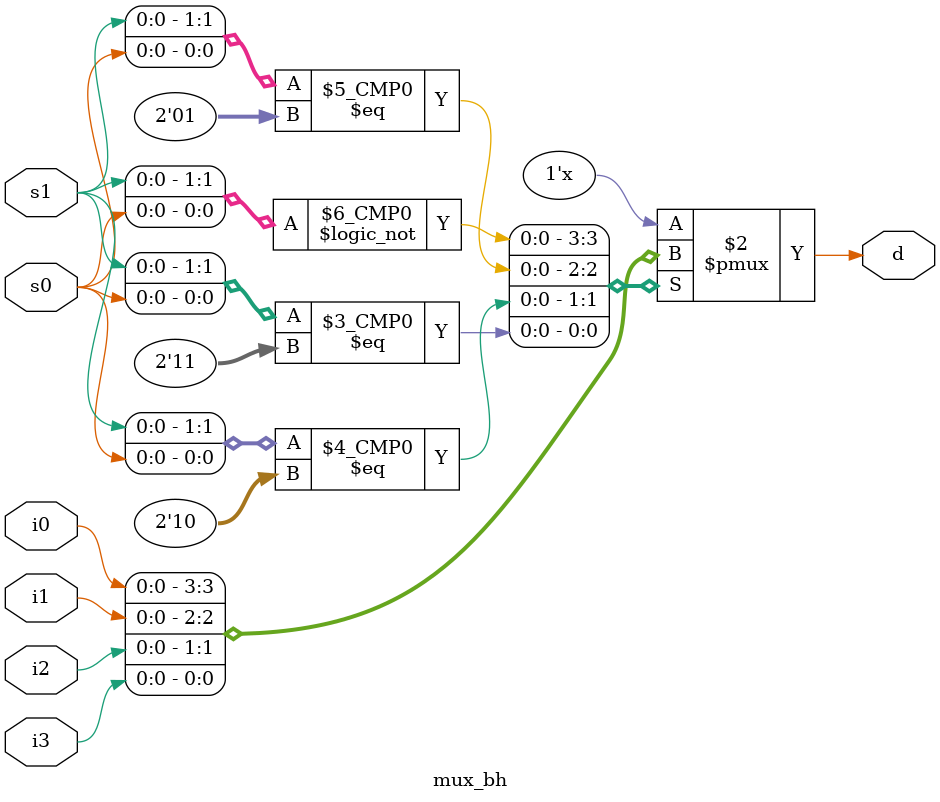
<source format=sv>
module and3(
input wire a,
input wire b,
input wire c,
output wire r
);
assign r = a & b & c ;
endmodule
// structural model
module mux_st(
// Ports I/O
input wire s1,
input wire s0,
input wire i0,
input wire i1,
input wire i2,
input wire i3,
output wire d
);
wire r1, r2, r3, r4 ;
and3 c1 ( ~s1,~s0, i0, r1 ) ;
  
  and3 c2 (~s1, s0, i1, r2) ;
  and3 c3(s1, ~s0, i2, r3) ;
  and3 c4(s1, s0, i3, r4) ;
  
// Your code goes here (3 cases left)
assign d = r1 | r2 | r3 | r4 ;
endmodule
// behavioral model
module mux_bh(
// Ports I/O
input wire s1,
input wire s0,
input wire i0,
input wire i1,
input wire i2,
input wire i3,
output reg d
) ;
always @(*) begin
d = 1'b0 ;
case ( {s1,s0} )
2'b00 : d = i0 ;
2'b01 : d = i1 ;
2'b10 : d = i2 ;
2'b11 : d = i3 ;
// your code goes here (3 cases left)
endcase
end
endmodule
</source>
